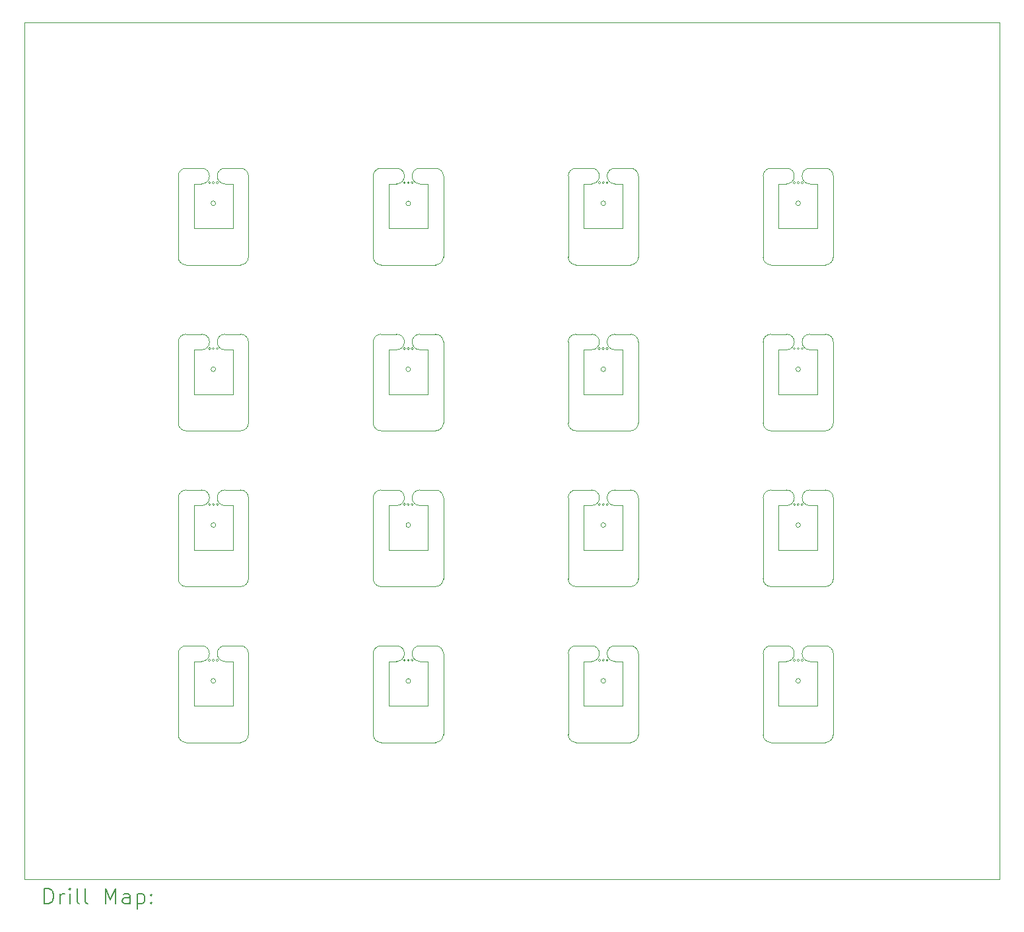
<source format=gbr>
%FSLAX45Y45*%
G04 Gerber Fmt 4.5, Leading zero omitted, Abs format (unit mm)*
G04 Created by KiCad (PCBNEW (6.0.0)) date 2022-03-28 07:48:17*
%MOMM*%
%LPD*%
G01*
G04 APERTURE LIST*
%TA.AperFunction,Profile*%
%ADD10C,0.050000*%
%TD*%
%ADD11C,0.200000*%
G04 APERTURE END LIST*
D10*
X12320711Y-7570711D02*
X12120711Y-7570711D01*
X14220711Y-7770711D02*
X14320711Y-7770711D01*
X14820711Y-12810711D02*
G75*
G03*
X14920711Y-12710711I0J100000D01*
G01*
X14020711Y-10710711D02*
G75*
G03*
X14120711Y-10810711I100000J0D01*
G01*
X14120711Y-5440711D02*
G75*
G03*
X14020711Y-5540711I0J-100000D01*
G01*
X9820711Y-9570711D02*
X9620711Y-9570711D01*
X17220711Y-12810711D02*
X17320711Y-12810711D01*
X14220711Y-5640711D02*
X14320711Y-5640711D01*
X11820711Y-11570711D02*
X11720711Y-11570711D01*
X9320711Y-7770711D02*
G75*
G03*
X9320711Y-7570711I0J100000D01*
G01*
X16520711Y-8340711D02*
X16520711Y-8710711D01*
X14020711Y-8710711D02*
G75*
G03*
X14120711Y-8810711I100000J0D01*
G01*
X9320711Y-9570711D02*
X9220711Y-9570711D01*
X17320711Y-11570711D02*
X17120711Y-11570711D01*
X9820711Y-8810711D02*
G75*
G03*
X9920711Y-8710711I0J100000D01*
G01*
X17220711Y-10810711D02*
X17320711Y-10810711D01*
X9720711Y-8810711D02*
X9820711Y-8810711D01*
X12220711Y-6210711D02*
X11720711Y-6210711D01*
X12220711Y-11770711D02*
X12220711Y-12340711D01*
X9020711Y-9670711D02*
X9020711Y-10340711D01*
X11620711Y-9570711D02*
G75*
G03*
X11520711Y-9670711I0J-100000D01*
G01*
X16520711Y-7670711D02*
X16520711Y-8340711D01*
X16720711Y-9770711D02*
X16820711Y-9770711D01*
X9220711Y-12340711D02*
X9220711Y-11770711D01*
X14220711Y-12340711D02*
X14220711Y-11770711D01*
X17420711Y-12710711D02*
X17420711Y-11670711D01*
X11985951Y-9755711D02*
G75*
G03*
X11985951Y-9755711I-15240J0D01*
G01*
X14435951Y-5625711D02*
G75*
G03*
X14435951Y-5625711I-15240J0D01*
G01*
X11985951Y-7755711D02*
G75*
G03*
X11985951Y-7755711I-15240J0D01*
G01*
X17420711Y-9670711D02*
G75*
G03*
X17320711Y-9570711I-100000J0D01*
G01*
X9020711Y-6580711D02*
G75*
G03*
X9120711Y-6680711I100000J0D01*
G01*
X16720711Y-9570711D02*
X16620711Y-9570711D01*
X14120711Y-6680711D02*
X14720711Y-6680711D01*
X9020711Y-8710711D02*
G75*
G03*
X9120711Y-8810711I100000J0D01*
G01*
X14720711Y-7770711D02*
X14620711Y-7770711D01*
X11520711Y-6580711D02*
G75*
G03*
X11620711Y-6680711I100000J0D01*
G01*
X16720711Y-7770711D02*
X16820711Y-7770711D01*
X17000711Y-10020711D02*
G75*
G03*
X17000711Y-10020711I-30000J0D01*
G01*
X9720711Y-9770711D02*
X9720711Y-10340711D01*
X9820711Y-12810711D02*
G75*
G03*
X9920711Y-12710711I0J100000D01*
G01*
X17000711Y-8020711D02*
G75*
G03*
X17000711Y-8020711I-30000J0D01*
G01*
X11720711Y-5640711D02*
X11820711Y-5640711D01*
X16720711Y-5640711D02*
X16820711Y-5640711D01*
X11720711Y-7570711D02*
X11620711Y-7570711D01*
X17120711Y-11570711D02*
G75*
G03*
X17120711Y-11770711I0J-100000D01*
G01*
X11820711Y-9570711D02*
X11720711Y-9570711D01*
X12220711Y-12340711D02*
X11720711Y-12340711D01*
X16820711Y-9570711D02*
X16720711Y-9570711D01*
X9485951Y-9755711D02*
G75*
G03*
X9485951Y-9755711I-15240J0D01*
G01*
X14920711Y-9670711D02*
G75*
G03*
X14820711Y-9570711I-100000J0D01*
G01*
X14820711Y-11570711D02*
X14620711Y-11570711D01*
X9220711Y-9770711D02*
X9320711Y-9770711D01*
X12320711Y-6680711D02*
G75*
G03*
X12420711Y-6580711I0J100000D01*
G01*
X14485951Y-7755711D02*
G75*
G03*
X14485951Y-7755711I-15240J0D01*
G01*
X14320711Y-11770711D02*
G75*
G03*
X14320711Y-11570711I0J100000D01*
G01*
X11620711Y-11570711D02*
G75*
G03*
X11520711Y-11670711I0J-100000D01*
G01*
X17035951Y-11755711D02*
G75*
G03*
X17035951Y-11755711I-15240J0D01*
G01*
X11520711Y-11670711D02*
X11520711Y-12340711D01*
X12000711Y-8020711D02*
G75*
G03*
X12000711Y-8020711I-30000J0D01*
G01*
X9020711Y-5540711D02*
X9020711Y-6210711D01*
X14485951Y-11755711D02*
G75*
G03*
X14485951Y-11755711I-15240J0D01*
G01*
X9485951Y-7755711D02*
G75*
G03*
X9485951Y-7755711I-15240J0D01*
G01*
X17320711Y-7570711D02*
X17120711Y-7570711D01*
X14820711Y-6680711D02*
G75*
G03*
X14920711Y-6580711I0J100000D01*
G01*
X16935951Y-7755711D02*
G75*
G03*
X16935951Y-7755711I-15240J0D01*
G01*
X11820711Y-5440711D02*
X11720711Y-5440711D01*
X11720711Y-5440711D02*
X11620711Y-5440711D01*
X17420711Y-6580711D02*
X17420711Y-5540711D01*
X9120711Y-7570711D02*
G75*
G03*
X9020711Y-7670711I0J-100000D01*
G01*
X16520711Y-6210711D02*
X16520711Y-6580711D01*
X9920711Y-12710711D02*
X9920711Y-11670711D01*
X17420711Y-5540711D02*
G75*
G03*
X17320711Y-5440711I-100000J0D01*
G01*
X9720711Y-6210711D02*
X9220711Y-6210711D01*
X16620711Y-11570711D02*
G75*
G03*
X16520711Y-11670711I0J-100000D01*
G01*
X14020711Y-10340711D02*
X14020711Y-10710711D01*
X12220711Y-5640711D02*
X12120711Y-5640711D01*
X12000711Y-12020711D02*
G75*
G03*
X12000711Y-12020711I-30000J0D01*
G01*
X9720711Y-7770711D02*
X9620711Y-7770711D01*
X14220711Y-6210711D02*
X14220711Y-5640711D01*
X14120711Y-12810711D02*
X14720711Y-12810711D01*
X9620711Y-7570711D02*
G75*
G03*
X9620711Y-7770711I0J-100000D01*
G01*
X12120711Y-7570711D02*
G75*
G03*
X12120711Y-7770711I0J-100000D01*
G01*
X17220711Y-9770711D02*
X17220711Y-10340711D01*
X17220711Y-10340711D02*
X16720711Y-10340711D01*
X16620711Y-5440711D02*
G75*
G03*
X16520711Y-5540711I0J-100000D01*
G01*
X14820711Y-8810711D02*
G75*
G03*
X14920711Y-8710711I0J100000D01*
G01*
X14220711Y-7570711D02*
X14120711Y-7570711D01*
X16820711Y-5440711D02*
X16720711Y-5440711D01*
X9535951Y-7755711D02*
G75*
G03*
X9535951Y-7755711I-15240J0D01*
G01*
X16820711Y-7570711D02*
X16720711Y-7570711D01*
X9720711Y-7770711D02*
X9720711Y-8340711D01*
X9720711Y-10340711D02*
X9220711Y-10340711D01*
X11820711Y-5640711D02*
G75*
G03*
X11820711Y-5440711I0J100000D01*
G01*
X12320711Y-9570711D02*
X12120711Y-9570711D01*
X9500711Y-8020711D02*
G75*
G03*
X9500711Y-8020711I-30000J0D01*
G01*
X14720711Y-8340711D02*
X14220711Y-8340711D01*
X9020711Y-7670711D02*
X9020711Y-8340711D01*
X9220711Y-5640711D02*
X9320711Y-5640711D01*
X9720711Y-9770711D02*
X9620711Y-9770711D01*
X12320711Y-5440711D02*
X12120711Y-5440711D01*
X17120711Y-9570711D02*
G75*
G03*
X17120711Y-9770711I0J-100000D01*
G01*
X11820711Y-9770711D02*
G75*
G03*
X11820711Y-9570711I0J100000D01*
G01*
X9720711Y-5640711D02*
X9720711Y-6210711D01*
X14320711Y-7770711D02*
G75*
G03*
X14320711Y-7570711I0J100000D01*
G01*
X16720711Y-7570711D02*
X16620711Y-7570711D01*
X14485951Y-9755711D02*
G75*
G03*
X14485951Y-9755711I-15240J0D01*
G01*
X9120711Y-5440711D02*
G75*
G03*
X9020711Y-5540711I0J-100000D01*
G01*
X14720711Y-10340711D02*
X14220711Y-10340711D01*
X11620711Y-5440711D02*
G75*
G03*
X11520711Y-5540711I0J-100000D01*
G01*
X17220711Y-12340711D02*
X16720711Y-12340711D01*
X12320711Y-11570711D02*
X12120711Y-11570711D01*
X17035951Y-7755711D02*
G75*
G03*
X17035951Y-7755711I-15240J0D01*
G01*
X12220711Y-12810711D02*
X12320711Y-12810711D01*
X11620711Y-10810711D02*
X12220711Y-10810711D01*
X11620711Y-6680711D02*
X12220711Y-6680711D01*
X9220711Y-9570711D02*
X9120711Y-9570711D01*
X9020711Y-12340711D02*
X9020711Y-12710711D01*
X14920711Y-7670711D02*
G75*
G03*
X14820711Y-7570711I-100000J0D01*
G01*
X9820711Y-6680711D02*
G75*
G03*
X9920711Y-6580711I0J100000D01*
G01*
X12220711Y-9770711D02*
X12120711Y-9770711D01*
X9535951Y-11755711D02*
G75*
G03*
X9535951Y-11755711I-15240J0D01*
G01*
X16520711Y-6580711D02*
G75*
G03*
X16620711Y-6680711I100000J0D01*
G01*
X14535951Y-7755711D02*
G75*
G03*
X14535951Y-7755711I-15240J0D01*
G01*
X9220711Y-5440711D02*
X9120711Y-5440711D01*
X14220711Y-5440711D02*
X14120711Y-5440711D01*
X16520711Y-12340711D02*
X16520711Y-12710711D01*
X12320711Y-12810711D02*
G75*
G03*
X12420711Y-12710711I0J100000D01*
G01*
X9220711Y-11570711D02*
X9120711Y-11570711D01*
X17220711Y-11770711D02*
X17220711Y-12340711D01*
X16720711Y-6210711D02*
X16720711Y-5640711D01*
X16520711Y-12710711D02*
G75*
G03*
X16620711Y-12810711I100000J0D01*
G01*
X9620711Y-11570711D02*
G75*
G03*
X9620711Y-11770711I0J-100000D01*
G01*
X12220711Y-9770711D02*
X12220711Y-10340711D01*
X14020711Y-6210711D02*
X14020711Y-6580711D01*
X11720711Y-12340711D02*
X11720711Y-11770711D01*
X12120711Y-9570711D02*
G75*
G03*
X12120711Y-9770711I0J-100000D01*
G01*
X11935951Y-5625711D02*
G75*
G03*
X11935951Y-5625711I-15240J0D01*
G01*
X17220711Y-8810711D02*
X17320711Y-8810711D01*
X9120711Y-9570711D02*
G75*
G03*
X9020711Y-9670711I0J-100000D01*
G01*
X9920711Y-11670711D02*
G75*
G03*
X9820711Y-11570711I-100000J0D01*
G01*
X9435951Y-5625711D02*
G75*
G03*
X9435951Y-5625711I-15240J0D01*
G01*
X14500711Y-12020711D02*
G75*
G03*
X14500711Y-12020711I-30000J0D01*
G01*
X11985951Y-11755711D02*
G75*
G03*
X11985951Y-11755711I-15240J0D01*
G01*
X14120711Y-10810711D02*
X14720711Y-10810711D01*
X11620711Y-7570711D02*
G75*
G03*
X11520711Y-7670711I0J-100000D01*
G01*
X14920711Y-6580711D02*
X14920711Y-5540711D01*
X11520711Y-10340711D02*
X11520711Y-10710711D01*
X14720711Y-12340711D02*
X14220711Y-12340711D01*
X12035951Y-5625711D02*
G75*
G03*
X12035951Y-5625711I-15240J0D01*
G01*
X14820711Y-9570711D02*
X14620711Y-9570711D01*
X9720711Y-12810711D02*
X9820711Y-12810711D01*
X16520711Y-11670711D02*
X16520711Y-12340711D01*
X9020711Y-11670711D02*
X9020711Y-12340711D01*
X16985951Y-5625711D02*
G75*
G03*
X16985951Y-5625711I-15240J0D01*
G01*
X12220711Y-5640711D02*
X12220711Y-6210711D01*
X14720711Y-11770711D02*
X14620711Y-11770711D01*
X12120711Y-5440711D02*
G75*
G03*
X12120711Y-5640711I0J-100000D01*
G01*
X11820711Y-11770711D02*
G75*
G03*
X11820711Y-11570711I0J100000D01*
G01*
X17220711Y-8340711D02*
X16720711Y-8340711D01*
X14720711Y-5640711D02*
X14720711Y-6210711D01*
X14820711Y-5440711D02*
X14620711Y-5440711D01*
X9320711Y-7570711D02*
X9220711Y-7570711D01*
X9820711Y-5440711D02*
X9620711Y-5440711D01*
X17320711Y-10810711D02*
G75*
G03*
X17420711Y-10710711I0J100000D01*
G01*
X9320711Y-9770711D02*
G75*
G03*
X9320711Y-9570711I0J100000D01*
G01*
X12220711Y-11770711D02*
X12120711Y-11770711D01*
X11720711Y-8340711D02*
X11720711Y-7770711D01*
X7050000Y-3570000D02*
X19550000Y-3570000D01*
X19550000Y-3570000D02*
X19550000Y-14570000D01*
X19550000Y-14570000D02*
X7050000Y-14570000D01*
X7050000Y-14570000D02*
X7050000Y-3570000D01*
X17000711Y-5890711D02*
G75*
G03*
X17000711Y-5890711I-30000J0D01*
G01*
X11820711Y-7570711D02*
X11720711Y-7570711D01*
X14720711Y-9770711D02*
X14620711Y-9770711D01*
X9820711Y-11570711D02*
X9620711Y-11570711D01*
X9120711Y-11570711D02*
G75*
G03*
X9020711Y-11670711I0J-100000D01*
G01*
X14720711Y-9770711D02*
X14720711Y-10340711D01*
X9485951Y-11755711D02*
G75*
G03*
X9485951Y-11755711I-15240J0D01*
G01*
X17000711Y-12020711D02*
G75*
G03*
X17000711Y-12020711I-30000J0D01*
G01*
X14485951Y-5625711D02*
G75*
G03*
X14485951Y-5625711I-15240J0D01*
G01*
X9120711Y-10810711D02*
X9720711Y-10810711D01*
X9220711Y-7770711D02*
X9320711Y-7770711D01*
X14020711Y-9670711D02*
X14020711Y-10340711D01*
X16520711Y-10710711D02*
G75*
G03*
X16620711Y-10810711I100000J0D01*
G01*
X17320711Y-6680711D02*
G75*
G03*
X17420711Y-6580711I0J100000D01*
G01*
X14920711Y-11670711D02*
G75*
G03*
X14820711Y-11570711I-100000J0D01*
G01*
X9020711Y-12710711D02*
G75*
G03*
X9120711Y-12810711I100000J0D01*
G01*
X14020711Y-12710711D02*
G75*
G03*
X14120711Y-12810711I100000J0D01*
G01*
X9020711Y-6210711D02*
X9020711Y-6580711D01*
X14220711Y-11570711D02*
X14120711Y-11570711D01*
X16620711Y-7570711D02*
G75*
G03*
X16520711Y-7670711I0J-100000D01*
G01*
X17220711Y-7770711D02*
X17220711Y-8340711D01*
X16985951Y-11755711D02*
G75*
G03*
X16985951Y-11755711I-15240J0D01*
G01*
X17220711Y-7770711D02*
X17120711Y-7770711D01*
X17420711Y-11670711D02*
G75*
G03*
X17320711Y-11570711I-100000J0D01*
G01*
X16985951Y-9755711D02*
G75*
G03*
X16985951Y-9755711I-15240J0D01*
G01*
X14720711Y-11770711D02*
X14720711Y-12340711D01*
X12120711Y-11570711D02*
G75*
G03*
X12120711Y-11770711I0J-100000D01*
G01*
X14320711Y-9570711D02*
X14220711Y-9570711D01*
X14720711Y-5640711D02*
X14620711Y-5640711D01*
X14120711Y-9570711D02*
G75*
G03*
X14020711Y-9670711I0J-100000D01*
G01*
X12420711Y-10710711D02*
X12420711Y-9670711D01*
X14535951Y-9755711D02*
G75*
G03*
X14535951Y-9755711I-15240J0D01*
G01*
X9220711Y-6210711D02*
X9220711Y-5640711D01*
X12420711Y-5540711D02*
G75*
G03*
X12320711Y-5440711I-100000J0D01*
G01*
X17320711Y-12810711D02*
G75*
G03*
X17420711Y-12710711I0J100000D01*
G01*
X16820711Y-5640711D02*
G75*
G03*
X16820711Y-5440711I0J100000D01*
G01*
X12220711Y-10810711D02*
X12320711Y-10810711D01*
X14020711Y-11670711D02*
X14020711Y-12340711D01*
X14020711Y-5540711D02*
X14020711Y-6210711D01*
X16520711Y-9670711D02*
X16520711Y-10340711D01*
X16935951Y-9755711D02*
G75*
G03*
X16935951Y-9755711I-15240J0D01*
G01*
X14920711Y-8710711D02*
X14920711Y-7670711D01*
X16620711Y-12810711D02*
X17220711Y-12810711D01*
X12420711Y-11670711D02*
G75*
G03*
X12320711Y-11570711I-100000J0D01*
G01*
X11520711Y-10710711D02*
G75*
G03*
X11620711Y-10810711I100000J0D01*
G01*
X12220711Y-8340711D02*
X11720711Y-8340711D01*
X14120711Y-8810711D02*
X14720711Y-8810711D01*
X14535951Y-11755711D02*
G75*
G03*
X14535951Y-11755711I-15240J0D01*
G01*
X17420711Y-7670711D02*
G75*
G03*
X17320711Y-7570711I-100000J0D01*
G01*
X9435951Y-9755711D02*
G75*
G03*
X9435951Y-9755711I-15240J0D01*
G01*
X12220711Y-7770711D02*
X12220711Y-8340711D01*
X14720711Y-12810711D02*
X14820711Y-12810711D01*
X14320711Y-5640711D02*
G75*
G03*
X14320711Y-5440711I0J100000D01*
G01*
X11935951Y-7755711D02*
G75*
G03*
X11935951Y-7755711I-15240J0D01*
G01*
X9820711Y-7570711D02*
X9620711Y-7570711D01*
X12420711Y-7670711D02*
G75*
G03*
X12320711Y-7570711I-100000J0D01*
G01*
X14720711Y-7770711D02*
X14720711Y-8340711D01*
X14220711Y-10340711D02*
X14220711Y-9770711D01*
X16620711Y-6680711D02*
X17220711Y-6680711D01*
X9120711Y-8810711D02*
X9720711Y-8810711D01*
X9435951Y-7755711D02*
G75*
G03*
X9435951Y-7755711I-15240J0D01*
G01*
X9020711Y-10710711D02*
G75*
G03*
X9120711Y-10810711I100000J0D01*
G01*
X11620711Y-12810711D02*
X12220711Y-12810711D01*
X11935951Y-9755711D02*
G75*
G03*
X11935951Y-9755711I-15240J0D01*
G01*
X9920711Y-7670711D02*
G75*
G03*
X9820711Y-7570711I-100000J0D01*
G01*
X11720711Y-11770711D02*
X11820711Y-11770711D01*
X11935951Y-11755711D02*
G75*
G03*
X11935951Y-11755711I-15240J0D01*
G01*
X14120711Y-11570711D02*
G75*
G03*
X14020711Y-11670711I0J-100000D01*
G01*
X14220711Y-11770711D02*
X14320711Y-11770711D01*
X14920711Y-10710711D02*
X14920711Y-9670711D01*
X14500711Y-8020711D02*
G75*
G03*
X14500711Y-8020711I-30000J0D01*
G01*
X9320711Y-5640711D02*
G75*
G03*
X9320711Y-5440711I0J100000D01*
G01*
X17320711Y-9570711D02*
X17120711Y-9570711D01*
X16620711Y-8810711D02*
X17220711Y-8810711D01*
X14820711Y-10810711D02*
G75*
G03*
X14920711Y-10710711I0J100000D01*
G01*
X16985951Y-7755711D02*
G75*
G03*
X16985951Y-7755711I-15240J0D01*
G01*
X16620711Y-9570711D02*
G75*
G03*
X16520711Y-9670711I0J-100000D01*
G01*
X17220711Y-9770711D02*
X17120711Y-9770711D01*
X16720711Y-11770711D02*
X16820711Y-11770711D01*
X9220711Y-10340711D02*
X9220711Y-9770711D01*
X9720711Y-5640711D02*
X9620711Y-5640711D01*
X14320711Y-11570711D02*
X14220711Y-11570711D01*
X12035951Y-11755711D02*
G75*
G03*
X12035951Y-11755711I-15240J0D01*
G01*
X16720711Y-10340711D02*
X16720711Y-9770711D01*
X11720711Y-9570711D02*
X11620711Y-9570711D01*
X9435951Y-11755711D02*
G75*
G03*
X9435951Y-11755711I-15240J0D01*
G01*
X9500711Y-12020711D02*
G75*
G03*
X9500711Y-12020711I-30000J0D01*
G01*
X9020711Y-8340711D02*
X9020711Y-8710711D01*
X11520711Y-12340711D02*
X11520711Y-12710711D01*
X14720711Y-6210711D02*
X14220711Y-6210711D01*
X12220711Y-10340711D02*
X11720711Y-10340711D01*
X17220711Y-6680711D02*
X17320711Y-6680711D01*
X14435951Y-11755711D02*
G75*
G03*
X14435951Y-11755711I-15240J0D01*
G01*
X14720711Y-8810711D02*
X14820711Y-8810711D01*
X16820711Y-7770711D02*
G75*
G03*
X16820711Y-7570711I0J100000D01*
G01*
X16620711Y-10810711D02*
X17220711Y-10810711D01*
X11720711Y-11570711D02*
X11620711Y-11570711D01*
X17035951Y-5625711D02*
G75*
G03*
X17035951Y-5625711I-15240J0D01*
G01*
X9920711Y-9670711D02*
G75*
G03*
X9820711Y-9570711I-100000J0D01*
G01*
X9720711Y-8340711D02*
X9220711Y-8340711D01*
X14620711Y-9570711D02*
G75*
G03*
X14620711Y-9770711I0J-100000D01*
G01*
X14020711Y-8340711D02*
X14020711Y-8710711D01*
X14435951Y-7755711D02*
G75*
G03*
X14435951Y-7755711I-15240J0D01*
G01*
X11520711Y-9670711D02*
X11520711Y-10340711D01*
X14320711Y-5440711D02*
X14220711Y-5440711D01*
X9120711Y-12810711D02*
X9720711Y-12810711D01*
X11720711Y-10340711D02*
X11720711Y-9770711D01*
X12220711Y-7770711D02*
X12120711Y-7770711D01*
X16935951Y-5625711D02*
G75*
G03*
X16935951Y-5625711I-15240J0D01*
G01*
X17220711Y-6210711D02*
X16720711Y-6210711D01*
X14620711Y-7570711D02*
G75*
G03*
X14620711Y-7770711I0J-100000D01*
G01*
X16820711Y-9770711D02*
G75*
G03*
X16820711Y-9570711I0J100000D01*
G01*
X14020711Y-7670711D02*
X14020711Y-8340711D01*
X9320711Y-11570711D02*
X9220711Y-11570711D01*
X16720711Y-5440711D02*
X16620711Y-5440711D01*
X14020711Y-6580711D02*
G75*
G03*
X14120711Y-6680711I100000J0D01*
G01*
X16520711Y-5540711D02*
X16520711Y-6210711D01*
X9220711Y-8340711D02*
X9220711Y-7770711D01*
X9220711Y-7570711D02*
X9120711Y-7570711D01*
X12000711Y-10020711D02*
G75*
G03*
X12000711Y-10020711I-30000J0D01*
G01*
X11520711Y-12710711D02*
G75*
G03*
X11620711Y-12810711I100000J0D01*
G01*
X16935951Y-11755711D02*
G75*
G03*
X16935951Y-11755711I-15240J0D01*
G01*
X9120711Y-6680711D02*
X9720711Y-6680711D01*
X9920711Y-8710711D02*
X9920711Y-7670711D01*
X16520711Y-10340711D02*
X16520711Y-10710711D01*
X17120711Y-5440711D02*
G75*
G03*
X17120711Y-5640711I0J-100000D01*
G01*
X12220711Y-8810711D02*
X12320711Y-8810711D01*
X12035951Y-7755711D02*
G75*
G03*
X12035951Y-7755711I-15240J0D01*
G01*
X14020711Y-12340711D02*
X14020711Y-12710711D01*
X14720711Y-10810711D02*
X14820711Y-10810711D01*
X9920711Y-10710711D02*
X9920711Y-9670711D01*
X17035951Y-9755711D02*
G75*
G03*
X17035951Y-9755711I-15240J0D01*
G01*
X9720711Y-11770711D02*
X9620711Y-11770711D01*
X9500711Y-5890711D02*
G75*
G03*
X9500711Y-5890711I-30000J0D01*
G01*
X12320711Y-10810711D02*
G75*
G03*
X12420711Y-10710711I0J100000D01*
G01*
X16720711Y-11570711D02*
X16620711Y-11570711D01*
X12035951Y-9755711D02*
G75*
G03*
X12035951Y-9755711I-15240J0D01*
G01*
X17420711Y-10710711D02*
X17420711Y-9670711D01*
X11620711Y-8810711D02*
X12220711Y-8810711D01*
X9620711Y-9570711D02*
G75*
G03*
X9620711Y-9770711I0J-100000D01*
G01*
X17320711Y-8810711D02*
G75*
G03*
X17420711Y-8710711I0J100000D01*
G01*
X11520711Y-7670711D02*
X11520711Y-8340711D01*
X9220711Y-11770711D02*
X9320711Y-11770711D01*
X14720711Y-6680711D02*
X14820711Y-6680711D01*
X9320711Y-5440711D02*
X9220711Y-5440711D01*
X12420711Y-6580711D02*
X12420711Y-5540711D01*
X14620711Y-11570711D02*
G75*
G03*
X14620711Y-11770711I0J-100000D01*
G01*
X9620711Y-5440711D02*
G75*
G03*
X9620711Y-5640711I0J-100000D01*
G01*
X12420711Y-9670711D02*
G75*
G03*
X12320711Y-9570711I-100000J0D01*
G01*
X11985951Y-5625711D02*
G75*
G03*
X11985951Y-5625711I-15240J0D01*
G01*
X11520711Y-8340711D02*
X11520711Y-8710711D01*
X12420711Y-12710711D02*
X12420711Y-11670711D01*
X16820711Y-11770711D02*
G75*
G03*
X16820711Y-11570711I0J100000D01*
G01*
X9020711Y-10340711D02*
X9020711Y-10710711D01*
X9720711Y-6680711D02*
X9820711Y-6680711D01*
X14535951Y-5625711D02*
G75*
G03*
X14535951Y-5625711I-15240J0D01*
G01*
X9535951Y-5625711D02*
G75*
G03*
X9535951Y-5625711I-15240J0D01*
G01*
X14320711Y-9770711D02*
G75*
G03*
X14320711Y-9570711I0J100000D01*
G01*
X9720711Y-12340711D02*
X9220711Y-12340711D01*
X17420711Y-8710711D02*
X17420711Y-7670711D01*
X9320711Y-11770711D02*
G75*
G03*
X9320711Y-11570711I0J100000D01*
G01*
X17120711Y-7570711D02*
G75*
G03*
X17120711Y-7770711I0J-100000D01*
G01*
X9720711Y-11770711D02*
X9720711Y-12340711D01*
X14920711Y-5540711D02*
G75*
G03*
X14820711Y-5440711I-100000J0D01*
G01*
X16820711Y-11570711D02*
X16720711Y-11570711D01*
X9535951Y-9755711D02*
G75*
G03*
X9535951Y-9755711I-15240J0D01*
G01*
X12000711Y-5890711D02*
G75*
G03*
X12000711Y-5890711I-30000J0D01*
G01*
X14820711Y-7570711D02*
X14620711Y-7570711D01*
X17320711Y-5440711D02*
X17120711Y-5440711D01*
X16720711Y-12340711D02*
X16720711Y-11770711D01*
X17220711Y-11770711D02*
X17120711Y-11770711D01*
X14620711Y-5440711D02*
G75*
G03*
X14620711Y-5640711I0J-100000D01*
G01*
X14220711Y-9770711D02*
X14320711Y-9770711D01*
X16720711Y-8340711D02*
X16720711Y-7770711D01*
X12420711Y-8710711D02*
X12420711Y-7670711D01*
X9920711Y-5540711D02*
G75*
G03*
X9820711Y-5440711I-100000J0D01*
G01*
X16520711Y-8710711D02*
G75*
G03*
X16620711Y-8810711I100000J0D01*
G01*
X9720711Y-10810711D02*
X9820711Y-10810711D01*
X17220711Y-5640711D02*
X17220711Y-6210711D01*
X9485951Y-5625711D02*
G75*
G03*
X9485951Y-5625711I-15240J0D01*
G01*
X9500711Y-10020711D02*
G75*
G03*
X9500711Y-10020711I-30000J0D01*
G01*
X11720711Y-7770711D02*
X11820711Y-7770711D01*
X11820711Y-7770711D02*
G75*
G03*
X11820711Y-7570711I0J100000D01*
G01*
X9820711Y-10810711D02*
G75*
G03*
X9920711Y-10710711I0J100000D01*
G01*
X14500711Y-10020711D02*
G75*
G03*
X14500711Y-10020711I-30000J0D01*
G01*
X12320711Y-8810711D02*
G75*
G03*
X12420711Y-8710711I0J100000D01*
G01*
X11720711Y-9770711D02*
X11820711Y-9770711D01*
X11520711Y-6210711D02*
X11520711Y-6580711D01*
X12220711Y-6680711D02*
X12320711Y-6680711D01*
X11720711Y-6210711D02*
X11720711Y-5640711D01*
X14500711Y-5890711D02*
G75*
G03*
X14500711Y-5890711I-30000J0D01*
G01*
X14920711Y-12710711D02*
X14920711Y-11670711D01*
X14120711Y-7570711D02*
G75*
G03*
X14020711Y-7670711I0J-100000D01*
G01*
X11520711Y-8710711D02*
G75*
G03*
X11620711Y-8810711I100000J0D01*
G01*
X14220711Y-9570711D02*
X14120711Y-9570711D01*
X9920711Y-6580711D02*
X9920711Y-5540711D01*
X17220711Y-5640711D02*
X17120711Y-5640711D01*
X14435951Y-9755711D02*
G75*
G03*
X14435951Y-9755711I-15240J0D01*
G01*
X14220711Y-8340711D02*
X14220711Y-7770711D01*
X14320711Y-7570711D02*
X14220711Y-7570711D01*
X11520711Y-5540711D02*
X11520711Y-6210711D01*
D11*
X7305119Y-14882976D02*
X7305119Y-14682976D01*
X7352738Y-14682976D01*
X7381309Y-14692500D01*
X7400357Y-14711548D01*
X7409881Y-14730595D01*
X7419405Y-14768690D01*
X7419405Y-14797262D01*
X7409881Y-14835357D01*
X7400357Y-14854405D01*
X7381309Y-14873452D01*
X7352738Y-14882976D01*
X7305119Y-14882976D01*
X7505119Y-14882976D02*
X7505119Y-14749643D01*
X7505119Y-14787738D02*
X7514643Y-14768690D01*
X7524167Y-14759167D01*
X7543214Y-14749643D01*
X7562262Y-14749643D01*
X7628928Y-14882976D02*
X7628928Y-14749643D01*
X7628928Y-14682976D02*
X7619405Y-14692500D01*
X7628928Y-14702024D01*
X7638452Y-14692500D01*
X7628928Y-14682976D01*
X7628928Y-14702024D01*
X7752738Y-14882976D02*
X7733690Y-14873452D01*
X7724167Y-14854405D01*
X7724167Y-14682976D01*
X7857500Y-14882976D02*
X7838452Y-14873452D01*
X7828928Y-14854405D01*
X7828928Y-14682976D01*
X8086071Y-14882976D02*
X8086071Y-14682976D01*
X8152738Y-14825833D01*
X8219405Y-14682976D01*
X8219405Y-14882976D01*
X8400357Y-14882976D02*
X8400357Y-14778214D01*
X8390833Y-14759167D01*
X8371786Y-14749643D01*
X8333690Y-14749643D01*
X8314643Y-14759167D01*
X8400357Y-14873452D02*
X8381309Y-14882976D01*
X8333690Y-14882976D01*
X8314643Y-14873452D01*
X8305119Y-14854405D01*
X8305119Y-14835357D01*
X8314643Y-14816309D01*
X8333690Y-14806786D01*
X8381309Y-14806786D01*
X8400357Y-14797262D01*
X8495595Y-14749643D02*
X8495595Y-14949643D01*
X8495595Y-14759167D02*
X8514643Y-14749643D01*
X8552738Y-14749643D01*
X8571786Y-14759167D01*
X8581310Y-14768690D01*
X8590833Y-14787738D01*
X8590833Y-14844881D01*
X8581310Y-14863928D01*
X8571786Y-14873452D01*
X8552738Y-14882976D01*
X8514643Y-14882976D01*
X8495595Y-14873452D01*
X8676548Y-14863928D02*
X8686071Y-14873452D01*
X8676548Y-14882976D01*
X8667024Y-14873452D01*
X8676548Y-14863928D01*
X8676548Y-14882976D01*
X8676548Y-14759167D02*
X8686071Y-14768690D01*
X8676548Y-14778214D01*
X8667024Y-14768690D01*
X8676548Y-14759167D01*
X8676548Y-14778214D01*
M02*

</source>
